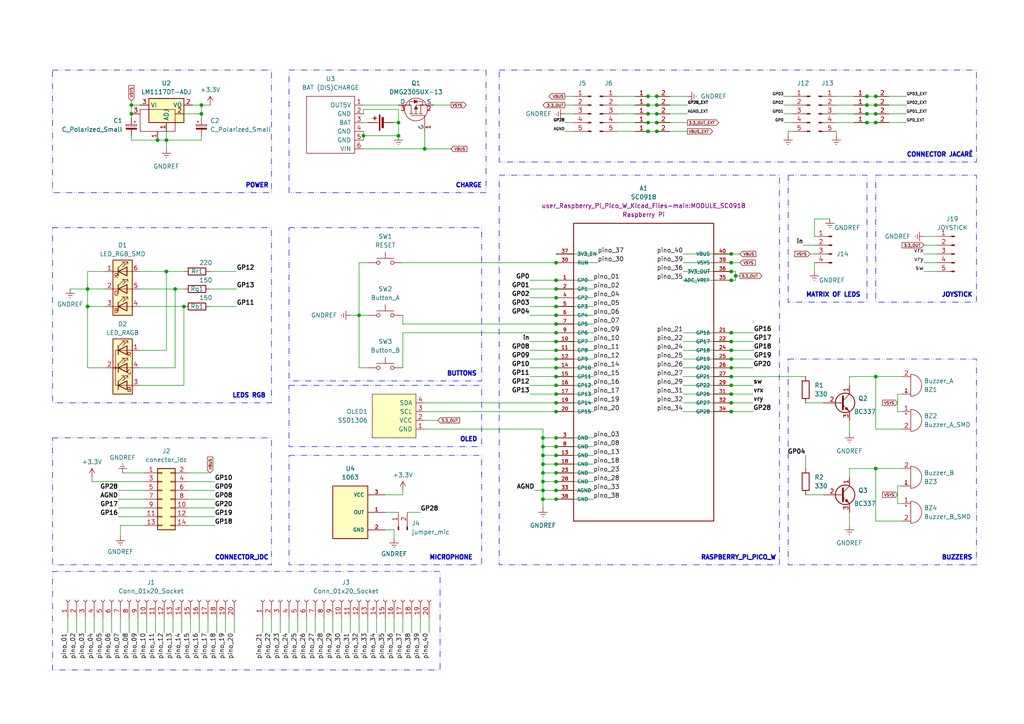
<source format=kicad_sch>
(kicad_sch (version 20230121) (generator eeschema)
  (paper "A4")
  (junction (at 161.29 111.76))
  (junction (at 161.29 99.06))
  (junction (at 161.29 116.84))
  (junction (at 161.29 109.22))
  (junction (at 161.29 104.14))
  (junction (at 161.29 134.62))
  (junction (at 212.09 109.22))
  (junction (at 161.29 132.08))
  (junction (at 58.42 33.02))
  (junction (at 161.29 129.54))
  (junction (at 161.29 137.16))
  (junction (at 254 35.56))
  (junction (at 104.14 91.44))
  (junction (at 53.34 88.9))
  (junction (at 212.09 116.84))
  (junction (at 157.48 132.08))
  (junction (at 251.46 30.48))
  (junction (at 161.29 119.38))
  (junction (at 161.29 88.9))
  (junction (at 190.5 30.48))
  (junction (at 212.09 104.14))
  (junction (at 212.09 101.6))
  (junction (at 212.09 119.38))
  (junction (at 161.29 96.52))
  (junction (at 212.09 96.52))
  (junction (at 157.48 127))
  (junction (at 38.1 33.02))
  (junction (at 212.09 76.2))
  (junction (at 157.48 129.54))
  (junction (at 161.29 86.36))
  (junction (at 254 30.48))
  (junction (at 254 33.02))
  (junction (at 161.29 114.3))
  (junction (at 190.5 35.56))
  (junction (at 161.29 139.7))
  (junction (at 212.09 81.28))
  (junction (at 161.29 106.68))
  (junction (at 187.96 38.1))
  (junction (at 254 27.94))
  (junction (at 187.96 33.02))
  (junction (at 212.09 111.76))
  (junction (at 187.96 35.56))
  (junction (at 161.29 76.2))
  (junction (at 251.46 27.94))
  (junction (at 38.1 30.48))
  (junction (at 157.48 137.16))
  (junction (at 212.09 78.74))
  (junction (at 157.48 134.62))
  (junction (at 157.48 144.78))
  (junction (at 157.48 142.24))
  (junction (at 254 109.22))
  (junction (at 123.19 43.18))
  (junction (at 212.09 73.66))
  (junction (at 251.46 35.56))
  (junction (at 187.96 27.94))
  (junction (at 161.29 81.28))
  (junction (at 213.36 80.01))
  (junction (at 50.8 83.82))
  (junction (at 254 135.89))
  (junction (at 105.41 39.37))
  (junction (at 25.4 83.82))
  (junction (at 212.09 114.3))
  (junction (at 157.48 139.7))
  (junction (at 161.29 142.24))
  (junction (at 161.29 101.6))
  (junction (at 187.96 30.48))
  (junction (at 25.4 88.9))
  (junction (at 161.29 83.82))
  (junction (at 161.29 127))
  (junction (at 212.09 106.68))
  (junction (at 251.46 33.02))
  (junction (at 48.26 78.74))
  (junction (at 190.5 38.1))
  (junction (at 45.72 40.64))
  (junction (at 161.29 91.44))
  (junction (at 190.5 33.02))
  (junction (at 161.29 144.78))
  (junction (at 161.29 93.98))
  (junction (at 115.57 39.37))
  (junction (at 115.57 35.56))
  (junction (at 212.09 99.06))
  (junction (at 58.42 30.48))
  (junction (at 190.5 27.94))
  (junction (at 48.26 40.64))
  (wire (pts (xy 118.11 148.59) (xy 121.92 148.59)))
  (wire (pts (xy 254 109.22) (xy 261.62 109.22)))
  (wire (pts (xy 260.35 146.05) (xy 261.62 146.05)))
  (wire (pts (xy 161.29 76.2) (xy 173.355 76.2)))
  (wire (pts (xy 125.73 30.48) (xy 130.81 30.48)))
  (wire (pts (xy 260.35 119.38) (xy 261.62 119.38)))
  (wire (pts (xy 254 135.89) (xy 254 151.13)))
  (wire (pts (xy 116.84 179.07) (xy 116.84 183.515)))
  (wire (pts (xy 179.07 35.56) (xy 187.96 35.56)))
  (wire (pts (xy 212.09 96.52) (xy 218.567 96.52)))
  (wire (pts (xy 198.12 111.76) (xy 212.09 111.76)))
  (wire (pts (xy 157.48 132.08) (xy 157.48 134.62)))
  (wire (pts (xy 153.67 111.76) (xy 161.29 111.76)))
  (wire (pts (xy 53.34 33.02) (xy 58.42 33.02)))
  (wire (pts (xy 179.07 33.02) (xy 187.96 33.02)))
  (wire (pts (xy 67.945 179.07) (xy 67.945 183.515)))
  (wire (pts (xy 198.12 104.14) (xy 212.09 104.14)))
  (wire (pts (xy 161.29 81.28) (xy 172.085 81.28)))
  (wire (pts (xy 242.57 35.56) (xy 251.46 35.56)))
  (wire (pts (xy 58.42 40.64) (xy 48.26 40.64)))
  (wire (pts (xy 111.76 153.67) (xy 114.3 153.67)))
  (wire (pts (xy 153.67 91.44) (xy 161.29 91.44)))
  (wire (pts (xy 153.67 99.06) (xy 161.29 99.06)))
  (wire (pts (xy 25.4 106.68) (xy 25.4 88.9)))
  (wire (pts (xy 105.41 38.1) (xy 105.41 39.37)))
  (wire (pts (xy 19.685 179.07) (xy 19.685 183.515)))
  (wire (pts (xy 99.06 179.07) (xy 99.06 183.515)))
  (wire (pts (xy 123.19 121.92) (xy 127 121.92)))
  (wire (pts (xy 34.29 142.24) (xy 41.91 142.24)))
  (wire (pts (xy 27.305 179.07) (xy 27.305 183.515)))
  (wire (pts (xy 78.74 179.07) (xy 78.74 183.515)))
  (wire (pts (xy 38.1 30.48) (xy 38.1 33.02)))
  (wire (pts (xy 37.465 179.07) (xy 37.465 183.515)))
  (wire (pts (xy 233.68 143.51) (xy 238.76 143.51)))
  (wire (pts (xy 119.38 179.07) (xy 119.38 183.515)))
  (wire (pts (xy 29.845 179.07) (xy 29.845 183.515)))
  (wire (pts (xy 109.22 179.07) (xy 109.22 183.515)))
  (wire (pts (xy 25.4 83.82) (xy 30.48 83.82)))
  (wire (pts (xy 116.84 143.51) (xy 111.76 143.51)))
  (wire (pts (xy 105.41 39.37) (xy 115.57 39.37)))
  (wire (pts (xy 187.96 35.56) (xy 190.5 35.56)))
  (wire (pts (xy 271.78 73.66) (xy 267.97 73.66)))
  (wire (pts (xy 161.29 88.9) (xy 172.085 88.9)))
  (wire (pts (xy 190.5 27.94) (xy 199.39 27.94)))
  (wire (pts (xy 234.95 73.66) (xy 236.22 73.66)))
  (wire (pts (xy 233.68 132.08) (xy 233.68 135.89)))
  (wire (pts (xy 153.67 114.3) (xy 161.29 114.3)))
  (wire (pts (xy 26.67 139.7) (xy 26.67 138.43)))
  (wire (pts (xy 104.14 76.2) (xy 104.14 91.44)))
  (wire (pts (xy 157.48 129.54) (xy 157.48 132.08)))
  (wire (pts (xy 76.2 179.07) (xy 76.2 183.515)))
  (wire (pts (xy 123.19 38.1) (xy 123.19 43.18)))
  (wire (pts (xy 161.29 129.54) (xy 157.48 129.54)))
  (wire (pts (xy 161.29 101.6) (xy 172.085 101.6)))
  (wire (pts (xy 190.5 35.56) (xy 199.39 35.56)))
  (wire (pts (xy 101.6 91.44) (xy 104.14 91.44)))
  (wire (pts (xy 157.48 124.46) (xy 157.48 127)))
  (wire (pts (xy 105.41 31.75) (xy 105.41 33.02)))
  (wire (pts (xy 161.29 144.78) (xy 172.085 144.78)))
  (wire (pts (xy 161.29 134.62) (xy 172.085 134.62)))
  (wire (pts (xy 54.61 147.32) (xy 62.23 147.32)))
  (wire (pts (xy 161.29 132.08) (xy 157.48 132.08)))
  (wire (pts (xy 246.38 148.59) (xy 246.38 152.4)))
  (wire (pts (xy 50.165 179.07) (xy 50.165 183.515)))
  (wire (pts (xy 157.48 139.7) (xy 157.48 142.24)))
  (wire (pts (xy 163.83 30.48) (xy 166.37 30.48)))
  (wire (pts (xy 52.705 179.07) (xy 52.705 183.515)))
  (wire (pts (xy 163.83 35.56) (xy 166.37 35.56)))
  (wire (pts (xy 242.57 38.1) (xy 242.57 39.37)))
  (wire (pts (xy 116.84 142.24) (xy 116.84 143.51)))
  (wire (pts (xy 101.6 179.07) (xy 101.6 183.515)))
  (wire (pts (xy 161.29 137.16) (xy 157.48 137.16)))
  (wire (pts (xy 227.33 30.48) (xy 229.87 30.48)))
  (wire (pts (xy 40.64 78.74) (xy 48.26 78.74)))
  (wire (pts (xy 50.8 83.82) (xy 53.34 83.82)))
  (wire (pts (xy 30.48 78.74) (xy 25.4 78.74)))
  (wire (pts (xy 213.36 80.01) (xy 214.63 80.01)))
  (wire (pts (xy 114.3 179.07) (xy 114.3 183.515)))
  (wire (pts (xy 123.19 43.18) (xy 105.41 43.18)))
  (wire (pts (xy 251.46 27.94) (xy 254 27.94)))
  (wire (pts (xy 153.67 109.22) (xy 161.29 109.22)))
  (wire (pts (xy 24.765 179.07) (xy 24.765 183.515)))
  (wire (pts (xy 187.96 27.94) (xy 190.5 27.94)))
  (wire (pts (xy 227.33 33.02) (xy 229.87 33.02)))
  (wire (pts (xy 22.225 179.07) (xy 22.225 183.515)))
  (wire (pts (xy 161.29 127) (xy 172.085 127)))
  (wire (pts (xy 88.9 179.07) (xy 88.9 183.515)))
  (wire (pts (xy 271.78 68.58) (xy 267.97 68.58)))
  (wire (pts (xy 153.67 104.14) (xy 161.29 104.14)))
  (wire (pts (xy 161.29 106.68) (xy 172.085 106.68)))
  (wire (pts (xy 198.12 73.66) (xy 212.09 73.66)))
  (wire (pts (xy 38.1 39.37) (xy 38.1 40.64)))
  (wire (pts (xy 105.41 35.56) (xy 106.68 35.56)))
  (wire (pts (xy 198.12 114.3) (xy 212.09 114.3)))
  (wire (pts (xy 121.92 179.07) (xy 121.92 183.515)))
  (wire (pts (xy 163.83 38.1) (xy 166.37 38.1)))
  (wire (pts (xy 157.48 144.78) (xy 161.29 144.78)))
  (wire (pts (xy 212.09 101.6) (xy 218.567 101.6)))
  (wire (pts (xy 123.19 116.84) (xy 161.29 116.84)))
  (wire (pts (xy 233.045 71.12) (xy 236.22 71.12)))
  (wire (pts (xy 153.67 88.9) (xy 161.29 88.9)))
  (wire (pts (xy 228.6 38.1) (xy 229.87 38.1)))
  (wire (pts (xy 242.57 33.02) (xy 251.46 33.02)))
  (wire (pts (xy 198.12 96.52) (xy 212.09 96.52)))
  (wire (pts (xy 212.09 73.66) (xy 214.63 73.66)))
  (wire (pts (xy 48.26 78.74) (xy 53.34 78.74)))
  (wire (pts (xy 40.64 83.82) (xy 50.8 83.82)))
  (wire (pts (xy 54.61 149.86) (xy 62.23 149.86)))
  (wire (pts (xy 213.36 81.28) (xy 213.36 80.01)))
  (wire (pts (xy 40.64 101.6) (xy 48.26 101.6)))
  (wire (pts (xy 246.38 121.92) (xy 246.38 125.73)))
  (wire (pts (xy 246.38 111.76) (xy 246.38 109.22)))
  (wire (pts (xy 246.38 135.89) (xy 254 135.89)))
  (wire (pts (xy 251.46 33.02) (xy 254 33.02)))
  (wire (pts (xy 40.64 111.76) (xy 53.34 111.76)))
  (wire (pts (xy 38.1 34.29) (xy 38.1 33.02)))
  (wire (pts (xy 161.29 111.76) (xy 172.085 111.76)))
  (wire (pts (xy 254 135.89) (xy 261.62 135.89)))
  (wire (pts (xy 212.09 119.38) (xy 218.44 119.38)))
  (wire (pts (xy 198.12 81.28) (xy 212.09 81.28)))
  (wire (pts (xy 198.12 101.6) (xy 212.09 101.6)))
  (wire (pts (xy 105.41 39.37) (xy 105.41 40.64)))
  (wire (pts (xy 163.83 33.02) (xy 166.37 33.02)))
  (wire (pts (xy 161.29 99.06) (xy 172.085 99.06)))
  (wire (pts (xy 161.29 137.16) (xy 172.085 137.16)))
  (wire (pts (xy 96.52 179.07) (xy 96.52 183.515)))
  (wire (pts (xy 157.48 134.62) (xy 157.48 137.16)))
  (wire (pts (xy 161.29 132.08) (xy 172.085 132.08)))
  (wire (pts (xy 30.48 88.9) (xy 25.4 88.9)))
  (wire (pts (xy 50.8 83.82) (xy 50.8 106.68)))
  (wire (pts (xy 198.12 78.74) (xy 212.09 78.74)))
  (wire (pts (xy 179.07 30.48) (xy 187.96 30.48)))
  (wire (pts (xy 227.33 27.94) (xy 229.87 27.94)))
  (wire (pts (xy 261.62 114.3) (xy 260.35 114.3)))
  (wire (pts (xy 93.98 179.07) (xy 93.98 183.515)))
  (wire (pts (xy 161.29 73.66) (xy 173.355 73.66)))
  (wire (pts (xy 260.35 140.97) (xy 260.35 146.05)))
  (wire (pts (xy 55.245 179.07) (xy 55.245 183.515)))
  (wire (pts (xy 25.4 88.9) (xy 25.4 83.82)))
  (wire (pts (xy 157.48 142.24) (xy 157.48 144.78)))
  (wire (pts (xy 198.12 106.68) (xy 212.09 106.68)))
  (wire (pts (xy 161.29 119.38) (xy 172.085 119.38)))
  (wire (pts (xy 163.83 27.94) (xy 166.37 27.94)))
  (wire (pts (xy 34.925 179.07) (xy 34.925 183.515)))
  (wire (pts (xy 106.68 179.07) (xy 106.68 183.515)))
  (wire (pts (xy 58.42 34.29) (xy 58.42 33.02)))
  (wire (pts (xy 254 33.02) (xy 262.89 33.02)))
  (wire (pts (xy 254 27.94) (xy 262.89 27.94)))
  (wire (pts (xy 104.14 179.07) (xy 104.14 183.515)))
  (wire (pts (xy 161.29 116.84) (xy 172.085 116.84)))
  (wire (pts (xy 86.36 179.07) (xy 86.36 183.515)))
  (wire (pts (xy 54.61 152.4) (xy 62.23 152.4)))
  (wire (pts (xy 198.12 116.84) (xy 212.09 116.84)))
  (wire (pts (xy 60.325 179.07) (xy 60.325 183.515)))
  (wire (pts (xy 123.19 43.18) (xy 130.81 43.18)))
  (wire (pts (xy 123.19 119.38) (xy 161.29 119.38)))
  (wire (pts (xy 48.26 38.1) (xy 48.26 40.64)))
  (wire (pts (xy 38.1 29.21) (xy 38.1 30.48)))
  (wire (pts (xy 34.925 152.4) (xy 41.91 152.4)))
  (wire (pts (xy 58.42 39.37) (xy 58.42 40.64)))
  (wire (pts (xy 254 151.13) (xy 261.62 151.13)))
  (wire (pts (xy 179.07 38.1) (xy 187.96 38.1)))
  (wire (pts (xy 34.29 144.78) (xy 41.91 144.78)))
  (wire (pts (xy 161.29 139.7) (xy 172.085 139.7)))
  (wire (pts (xy 198.12 119.38) (xy 212.09 119.38)))
  (wire (pts (xy 179.07 27.94) (xy 187.96 27.94)))
  (wire (pts (xy 38.1 40.64) (xy 45.72 40.64)))
  (wire (pts (xy 111.76 179.07) (xy 111.76 183.515)))
  (wire (pts (xy 157.48 127) (xy 157.48 129.54)))
  (wire (pts (xy 26.67 139.7) (xy 41.91 139.7)))
  (wire (pts (xy 115.57 31.75) (xy 115.57 35.56)))
  (wire (pts (xy 187.96 30.48) (xy 190.5 30.48)))
  (wire (pts (xy 32.385 179.07) (xy 32.385 183.515)))
  (wire (pts (xy 271.78 76.2) (xy 267.97 76.2)))
  (wire (pts (xy 54.61 139.7) (xy 62.23 139.7)))
  (wire (pts (xy 25.4 78.74) (xy 25.4 83.82)))
  (wire (pts (xy 212.09 76.2) (xy 214.63 76.2)))
  (wire (pts (xy 40.64 88.9) (xy 53.34 88.9)))
  (wire (pts (xy 190.5 33.02) (xy 199.39 33.02)))
  (wire (pts (xy 227.33 35.56) (xy 229.87 35.56)))
  (wire (pts (xy 48.26 40.64) (xy 48.26 43.18)))
  (wire (pts (xy 47.625 179.07) (xy 47.625 183.515)))
  (wire (pts (xy 161.29 96.52) (xy 172.085 96.52)))
  (wire (pts (xy 60.96 88.9) (xy 68.58 88.9)))
  (wire (pts (xy 65.405 179.07) (xy 65.405 183.515)))
  (wire (pts (xy 157.48 137.16) (xy 157.48 139.7)))
  (wire (pts (xy 155.067 142.24) (xy 157.48 142.24)))
  (wire (pts (xy 153.67 83.82) (xy 161.29 83.82)))
  (wire (pts (xy 34.925 152.4) (xy 34.925 155.575)))
  (wire (pts (xy 58.42 30.48) (xy 60.96 30.48)))
  (wire (pts (xy 116.84 76.2) (xy 161.29 76.2)))
  (wire (pts (xy 54.61 142.24) (xy 62.23 142.24)))
  (wire (pts (xy 157.48 142.24) (xy 161.29 142.24)))
  (wire (pts (xy 271.78 71.12) (xy 267.97 71.12)))
  (wire (pts (xy 20.32 83.82) (xy 25.4 83.82)))
  (wire (pts (xy 187.96 38.1) (xy 190.5 38.1)))
  (wire (pts (xy 111.76 148.59) (xy 115.57 148.59)))
  (wire (pts (xy 190.5 30.48) (xy 199.39 30.48)))
  (wire (pts (xy 246.38 138.43) (xy 246.38 135.89)))
  (wire (pts (xy 30.48 106.68) (xy 25.4 106.68)))
  (wire (pts (xy 198.12 76.2) (xy 212.09 76.2)))
  (wire (pts (xy 212.09 99.06) (xy 218.567 99.06)))
  (wire (pts (xy 213.36 80.01) (xy 213.36 78.74)))
  (wire (pts (xy 161.29 109.22) (xy 172.085 109.22)))
  (wire (pts (xy 45.72 40.64) (xy 48.26 40.64)))
  (wire (pts (xy 254 35.56) (xy 262.89 35.56)))
  (wire (pts (xy 212.09 109.22) (xy 233.68 109.22)))
  (wire (pts (xy 161.29 104.14) (xy 172.085 104.14)))
  (wire (pts (xy 83.82 179.07) (xy 83.82 183.515)))
  (wire (pts (xy 153.67 106.68) (xy 161.29 106.68)))
  (wire (pts (xy 212.09 81.28) (xy 213.36 81.28)))
  (wire (pts (xy 254 124.46) (xy 254 109.22)))
  (wire (pts (xy 251.46 30.48) (xy 254 30.48)))
  (wire (pts (xy 91.44 179.07) (xy 91.44 183.515)))
  (wire (pts (xy 161.29 134.62) (xy 157.48 134.62)))
  (wire (pts (xy 260.35 114.3) (xy 260.35 119.38)))
  (wire (pts (xy 242.57 27.94) (xy 251.46 27.94)))
  (wire (pts (xy 45.085 179.07) (xy 45.085 183.515)))
  (wire (pts (xy 251.46 35.56) (xy 254 35.56)))
  (wire (pts (xy 161.29 129.54) (xy 172.085 129.54)))
  (wire (pts (xy 54.61 144.78) (xy 62.23 144.78)))
  (wire (pts (xy 105.41 30.48) (xy 115.57 30.48)))
  (wire (pts (xy 105.41 31.75) (xy 115.57 31.75)))
  (wire (pts (xy 161.29 142.24) (xy 172.085 142.24)))
  (wire (pts (xy 34.29 149.86) (xy 41.91 149.86)))
  (wire (pts (xy 261.62 140.97) (xy 260.35 140.97)))
  (wire (pts (xy 212.09 78.74) (xy 213.36 78.74)))
  (wire (pts (xy 40.64 106.68) (xy 50.8 106.68)))
  (wire (pts (xy 261.62 124.46) (xy 254 124.46)))
  (wire (pts (xy 212.09 116.84) (xy 218.44 116.84)))
  (wire (pts (xy 106.68 106.68) (xy 104.14 106.68)))
  (wire (pts (xy 236.22 76.2) (xy 236.22 78.74)))
  (wire (pts (xy 212.09 114.3) (xy 218.44 114.3)))
  (wire (pts (xy 114.3 35.56) (xy 115.57 35.56)))
  (wire (pts (xy 104.14 91.44) (xy 106.68 91.44)))
  (wire (pts (xy 246.38 109.22) (xy 254 109.22)))
  (wire (pts (xy 212.09 106.68) (xy 218.44 106.68)))
  (wire (pts (xy 212.09 104.14) (xy 218.567 104.14)))
  (wire (pts (xy 104.14 91.44) (xy 104.14 106.68)))
  (wire (pts (xy 48.26 78.74) (xy 48.26 101.6)))
  (wire (pts (xy 161.29 86.36) (xy 172.085 86.36)))
  (wire (pts (xy 161.29 139.7) (xy 157.48 139.7)))
  (wire (pts (xy 198.12 99.06) (xy 212.09 99.06)))
  (wire (pts (xy 236.22 63.5) (xy 240.665 63.5)))
  (wire (pts (xy 161.29 127) (xy 157.48 127)))
  (wire (pts (xy 53.34 88.9) (xy 53.34 111.76)))
  (wire (pts (xy 35.56 137.16) (xy 41.91 137.16)))
  (wire (pts (xy 38.1 30.48) (xy 40.64 30.48)))
  (wire (pts (xy 60.96 78.74) (xy 68.58 78.74)))
  (wire (pts (xy 34.29 147.32) (xy 41.91 147.32)))
  (wire (pts (xy 228.6 39.37) (xy 228.6 38.1)))
  (wire (pts (xy 161.29 91.44) (xy 172.085 91.44)))
  (wire (pts (xy 233.68 116.84) (xy 238.76 116.84)))
  (wire (pts (xy 58.42 30.48) (xy 58.42 33.02)))
  (wire (pts (xy 198.12 109.22) (xy 212.09 109.22)))
  (wire (pts (xy 116.84 91.44) (xy 116.84 93.98)))
  (wire (pts (xy 114.3 153.67) (xy 114.3 156.21)))
  (wire (pts (xy 40.005 179.07) (xy 40.005 183.515)))
  (wire (pts (xy 190.5 38.1) (xy 199.39 38.1)))
  (wire (pts (xy 254 30.48) (xy 262.89 30.48)))
  (wire (pts (xy 242.57 30.48) (xy 251.46 30.48)))
  (wire (pts (xy 81.28 179.07) (xy 81.28 183.515)))
  (wire (pts (xy 212.09 111.76) (xy 218.44 111.76)))
  (wire (pts (xy 153.67 81.28) (xy 161.29 81.28)))
  (wire (pts (xy 54.61 137.16) (xy 60.96 137.16)))
  (wire (pts (xy 161.29 83.82) (xy 172.085 83.82)))
  (wire (pts (xy 116.84 96.52) (xy 161.29 96.52)))
  (wire (pts (xy 236.22 68.58) (xy 236.22 63.5)))
  (wire (pts (xy 153.67 101.6) (xy 161.29 101.6)))
  (wire (pts (xy 106.68 76.2) (xy 104.14 76.2)))
  (wire (pts (xy 116.84 93.98) (xy 161.29 93.98)))
  (wire (pts (xy 62.865 179.07) (xy 62.865 183.515)))
  (wire (pts (xy 116.84 106.68) (xy 116.84 96.52)))
  (wire (pts (xy 157.48 147.32) (xy 157.48 144.78)))
  (wire (pts (xy 60.96 83.82) (xy 68.58 83.82)))
  (wire (pts (xy 42.545 179.07) (xy 42.545 183.515)))
  (wire (pts (xy 55.88 30.48) (xy 58.42 30.48)))
  (wire (pts (xy 271.78 78.74) (xy 267.97 78.74)))
  (wire (pts (xy 123.19 124.46) (xy 157.48 124.46)))
  (wire (pts (xy 153.67 86.36) (xy 161.29 86.36)))
  (wire (pts (xy 187.96 33.02) (xy 190.5 33.02)))
  (wire (pts (xy 161.29 114.3) (xy 172.085 114.3)))
  (wire (pts (xy 115.57 35.56) (xy 115.57 39.37)))
  (wire (pts (xy 57.785 179.07) (xy 57.785 183.515)))
  (wire (pts (xy 161.29 93.98) (xy 172.085 93.98)))
  (wire (pts (xy 124.46 179.07) (xy 124.46 183.515)))
  (rectangle (start 15.24 165.735) (end 127.635 194.31) (stroke (width 0) (type dash_dot_dot)))
  (rectangle (start 83.82 66.04) (end 139.7 110.49) (stroke (width 0) (type dash_dot_dot)))
  (rectangle (start 15.24 127) (end 78.74 163.83) (stroke (width 0) (type dash_dot_dot)))
  (rectangle (start 254 50.8) (end 283.21 87.63) (stroke (width 0) (type dash_dot_dot)))
  (rectangle (start 83.82 20.32) (end 140.97 55.88) (stroke (width 0) (type dash_dot_dot)))
  (rectangle (start 83.82 132.08) (end 139.7 163.83) (stroke (width 0) (type dash_dot_dot)))
  (rectangle (start 228.6 104.14) (end 283.21 163.83) (stroke (width 0) (type dash_dot_dot)))
  (rectangle (start 15.24 20.32) (end 78.74 55.88) (stroke (width 0) (type dash_dot_dot)))
  (rectangle (start 144.78 50.8) (end 226.06 163.83) (stroke (width 0) (type dash_dot_dot)))
  (rectangle (start 228.6 50.8) (end 251.46 87.63) (stroke (width 0) (type dash_dot_dot)))
  (rectangle (start 15.24 66.04) (end 78.74 116.84) (stroke (width 0) (type dash_dot_dot)))
  (rectangle (start 83.82 111.76) (end 139.7 129.54) (stroke (width 0) (type dash_dot_dot)))
  (rectangle (start 144.78 20.32) (end 283.21 46.99) (stroke (width 0) (type dash_dot_dot)))
  (text "POWER" (at 71.12 54.61 0) (effects (font (size 1.27 1.27) (thickness 0.508) bold) (justify left bottom)))
  (text "OLED" (at 133.35 128.27 0) (effects (font (size 1.27 1.27) (thickness 0.508) bold) (justify left bottom)))
  (text "BUZZERS" (at 273.05 162.56 0) (effects (font (size 1.27 1.27) (thickness 0.508) bold) (justify left bottom)))
  (text "LEDS RGB" (at 67.31 115.57 0) (effects (font (size 1.27 1.27) (thickness 0.508) bold) (justify left bottom)))
  (text "BUTTONS" (at 129.54 109.22 0) (effects (font (size 1.27 1.27) (thickness 0.508) bold) (justify left bottom)))
  (text "MICROPHONE" (at 124.46 162.56 0) (effects (font (size 1.27 1.27) (thickness 0.508) bold) (justify left bottom)))
  (text "CONNECTOR_IDC" (at 62.23 162.56 0) (effects (font (size 1.27 1.27) (thickness 0.508) bold) (justify left bottom)))
  (text "CONNECTOR JACARÉ" (at 262.89 45.72 0) (effects (font (size 1.27 1.27) (thickness 0.508) bold) (justify left bottom)))
  (text "CHARGE\n" (at 132.08 54.61 0) (effects (font (size 1.27 1.27) (thickness 0.508) bold) (justify left bottom)))
  (text "MATRIX OF LEDS" (at 233.68 86.36 0) (effects (font (size 1.27 1.27) (thickness 0.508) bold) (justify left bottom)))
  (text "RASPBERRY_PI_PICO_W" (at 203.2 162.56 0) (effects (font (size 1.27 1.27) (thickness 0.508) bold) (justify left bottom)))
  (text "JOYSTICK" (at 273.05 86.36 0) (effects (font (size 1.27 1.27) (thickness 0.508) bold) (justify left bottom)))
  (label "pino_18" (at 62.865 183.515 270))
  (label "pino_01" (at 172.085 81.28 0))
  (label "pino_25" (at 86.36 183.515 270))
  (label "GP13" (at 153.67 114.3 180) (effects (font bold)))
  (label "GP16" (at 218.567 96.52 0) (effects (font bold)))
  (label "pino_18" (at 172.085 134.62 0))
  (label "pino_34" (at 109.22 183.515 270))
  (label "pino_40" (at 124.46 183.515 270))
  (label "pino_27" (at 198.12 109.22 180))
  (label "GP02" (at 153.67 86.36 180) (effects (font bold)))
  (label "in" (at 153.67 99.06 180) (effects (font (thickness 0.254) bold)))
  (label "pino_24" (at 198.12 101.6 180))
  (label "pino_23" (at 172.085 137.16 0))
  (label "in" (at 233.045 71.12 180) (effects (font (thickness 0.254) bold)))
  (label "pino_10" (at 42.545 183.515 270))
  (label "vry" (at 218.44 116.84 0) (effects (font (thickness 0.254) bold)))
  (label "pino_14" (at 172.085 106.68 0))
  (label "pino_21" (at 76.2 183.515 270))
  (label "vrx" (at 218.44 114.3 0) (effects (font (thickness 0.254) bold)))
  (label "pino_29" (at 198.12 111.76 180))
  (label "pino_09" (at 40.005 183.515 270))
  (label "pino_35" (at 111.76 183.515 270))
  (label "GP10" (at 153.67 106.68 180) (effects (font bold)))
  (label "pino_07" (at 172.085 93.98 0))
  (label "GP01_EXT" (at 262.89 33.02 0) (effects (font (size 0.8 0.8) bold)))
  (label "pino_32" (at 104.14 183.515 270))
  (label "GP09" (at 62.23 142.24 0) (effects (font (thickness 0.254) bold)))
  (label "GP12" (at 68.58 78.74 0) (effects (font bold)))
  (label "GP08" (at 153.67 101.6 180) (effects (font bold)))
  (label "GP01" (at 227.33 33.02 180) (effects (font (size 0.8 0.8) bold)))
  (label "pino_33" (at 106.68 183.515 270))
  (label "pino_38" (at 172.085 144.78 0))
  (label "GP04" (at 233.68 132.08 180) (effects (font bold)))
  (label "pino_07" (at 34.925 183.515 270))
  (label "pino_38" (at 119.38 183.515 270))
  (label "sw" (at 218.44 111.76 0) (effects (font (thickness 0.254) bold)))
  (label "pino_08" (at 37.465 183.515 270))
  (label "pino_40" (at 198.12 73.66 180))
  (label "GP04" (at 153.67 91.44 180) (effects (font bold)))
  (label "pino_06" (at 172.085 91.44 0))
  (label "pino_21" (at 198.12 96.52 180))
  (label "pino_30" (at 173.355 76.2 0))
  (label "GP28" (at 218.44 119.38 0) (effects (font (thickness 0.254) bold)))
  (label "GP18" (at 218.567 101.6 0) (effects (font bold)))
  (label "pino_35" (at 198.12 81.28 180))
  (label "pino_26" (at 88.9 183.515 270))
  (label "pino_31" (at 198.12 114.3 180))
  (label "GP11" (at 153.67 109.22 180) (effects (font bold)))
  (label "AGND" (at 155.067 142.24 180) (effects (font bold)))
  (label "GP03" (at 227.33 27.94 180) (effects (font (size 0.8 0.8) bold)))
  (label "GP08" (at 62.23 144.78 0) (effects (font bold)))
  (label "sw" (at 267.97 78.74 180))
  (label "pino_36" (at 114.3 183.515 270))
  (label "pino_19" (at 172.085 116.84 0))
  (label "pino_05" (at 172.085 88.9 0))
  (label "pino_11" (at 172.085 101.6 0))
  (label "pino_05" (at 29.845 183.515 270))
  (label "pino_28" (at 93.98 183.515 270))
  (label "GP20" (at 62.23 147.32 0) (effects (font (thickness 0.254) bold)))
  (label "GP0_EXT" (at 262.89 35.56 0) (effects (font (size 0.8 0.8) bold)))
  (label "pino_29" (at 96.52 183.515 270))
  (label "GP28" (at 163.83 35.56 180) (effects (font (size 0.8 0.8) (thickness 0.254) bold)))
  (label "pino_02" (at 172.085 83.82 0))
  (label "GP02_EXT" (at 262.89 30.48 0) (effects (font (size 0.8 0.8) bold)))
  (label "pino_16" (at 172.085 111.76 0))
  (label "GP19" (at 62.23 149.86 0) (effects (font bold)))
  (label "pino_16" (at 57.785 183.515 270))
  (label "pino_14" (at 52.705 183.515 270))
  (label "GP12" (at 153.67 111.76 180) (effects (font bold)))
  (label "pino_31" (at 101.6 183.515 270))
  (label "GP09" (at 153.67 104.14 180) (effects (font (thickness 0.254) bold)))
  (label "GP10" (at 62.23 139.7 0) (effects (font bold)))
  (label "GP16" (at 34.29 149.86 180) (effects (font bold)))
  (label "pino_20" (at 67.945 183.515 270))
  (label "pino_24" (at 83.82 183.515 270))
  (label "pino_39" (at 198.12 76.2 180))
  (label "GP13" (at 68.58 83.82 0) (effects (font bold)))
  (label "pino_37" (at 173.355 73.66 0))
  (label "pino_12" (at 47.625 183.515 270))
  (label "pino_28" (at 172.085 139.7 0))
  (label "GP0" (at 227.33 35.56 180) (effects (font (size 0.8 0.8) bold)))
  (label "pino_03" (at 24.765 183.515 270))
  (label "pino_04" (at 172.085 86.36 0))
  (label "pino_30" (at 99.06 183.515 270))
  (label "pino_09" (at 172.085 96.52 0))
  (label "pino_04" (at 27.305 183.515 270))
  (label "pino_19" (at 65.405 183.515 270))
  (label "pino_26" (at 198.12 106.68 180))
  (label "GP17" (at 218.567 99.06 0) (effects (font bold)))
  (label "pino_17" (at 172.085 114.3 0))
  (label "GP28_EXT" (at 199.39 30.48 0) (effects (font (size 0.8 0.8) (thickness 0.254) bold)))
  (label "GP19" (at 218.567 104.14 0) (effects (font bold)))
  (label "pino_37" (at 116.84 183.515 270))
  (label "GP0" (at 153.67 81.28 180) (effects (font bold)))
  (label "GP03" (at 153.67 88.9 180) (effects (font bold)))
  (label "GP02" (at 227.33 30.48 180) (effects (font (size 0.8 0.8) bold)))
  (label "AGND_EXT" (at 199.39 33.02 0) (effects (font (size 0.8 0.8) bold)))
  (label "pino_11" (at 45.085 183.515 270))
  (label "pino_12" (at 172.085 104.14 0))
  (label "GP28" (at 34.29 142.24 180) (effects (font (thickness 0.254) bold)))
  (label "pino_22" (at 198.12 99.06 180))
  (label "pino_08" (at 172.085 129.54 0))
  (label "GP18" (at 62.23 152.4 0) (effects (font bold)))
  (label "pino_33" (at 172.085 142.24 0))
  (label "pino_22" (at 78.74 183.515 270))
  (label "GP01" (at 153.67 83.82 180) (effects (font bold)))
  (label "pino_25" (at 198.12 104.14 180))
  (label "GP11" (at 68.58 88.9 0) (effects (font bold)))
  (label "pino_17" (at 60.325 183.515 270))
  (label "vry" (at 267.97 76.2 180))
  (label "pino_34" (at 198.12 119.38 180))
  (label "pino_15" (at 172.085 109.22 0))
  (label "pino_03" (at 172.085 127 0))
  (label "pino_01" (at 19.685 183.515 270))
  (label "GP03_EXT" (at 262.89 27.94 0) (effects (font (size 0.8 0.8) bold)))
  (label "pino_13" (at 50.165 183.515 270))
  (label "pino_13" (at 172.085 132.08 0))
  (label "pino_15" (at 55.245 183.515 270))
  (label "pino_39" (at 121.92 183.515 270))
  (label "GP17" (at 34.29 147.32 180) (effects (font bold)))
  (label "pino_20" (at 172.085 119.38 0))
  (label "pino_02" (at 22.225 183.515 270))
  (label "AGND" (at 163.83 38.1 180) (effects (font (size 0.8 0.8) bold)))
  (label "GP20" (at 218.44 106.68 0) (effects (font (thickness 0.254) bold)))
  (label "vrx" (at 267.97 73.66 180))
  (label "AGND" (at 34.29 144.78 180) (effects (font bold)))
  (label "pino_10" (at 172.085 99.06 0))
  (label "GP28" (at 121.92 148.59 0) (effects (font (thickness 0.254) bold)))
  (label "pino_06" (at 32.385 183.515 270))
  (label "pino_36" (at 198.12 78.74 180))
  (label "pino_27" (at 91.44 183.515 270))
  (label "pino_23" (at 81.28 183.515 270))
  (label "pino_32" (at 198.12 116.84 180))
  (global_label "3.3_OUT" (shape output) (at 163.83 30.48 180) (effects (font (size 0.8 0.8))) (property "Intersheetrefs" "${INTERSHEET_REFS}" (effects hide)))
  (global_label "VBUS" (shape input) (at 60.96 137.16 90) (effects (font (size 0.8 0.8))) (property "Intersheetrefs" "${INTERSHEET_REFS}" (effects hide)))
  (global_label "VSYS" (shape input) (at 260.35 116.84 180) (effects (font (size 0.8 0.8))) (property "Intersheetrefs" "${INTERSHEET_REFS}" (effects hide)))
  (global_label "VBUS_EXT" (shape output) (at 199.39 38.1 0) (effects (font (size 0.8 0.8))) (property "Intersheetrefs" "${INTERSHEET_REFS}" (effects hide)))
  (global_label "3.3_OUT_EXT" (shape output) (at 199.39 35.56 0) (effects (font (size 0.8 0.8))) (property "Intersheetrefs" "${INTERSHEET_REFS}" (effects hide)))
  (global_label "VSYS" (shape input) (at 38.1 29.21 90) (effects (font (size 0.8 0.8))) (property "Intersheetrefs" "${INTERSHEET_REFS}" (effects hide)))
  (global_label "VBUS" (shape output) (at 163.83 27.94 180) (effects (font (size 0.8 0.8))) (property "Intersheetrefs" "${INTERSHEET_REFS}" (effects hide)))
  (global_label "VSYS" (shape input) (at 260.35 143.51 180) (effects (font (size 0.8 0.8))) (property "Intersheetrefs" "${INTERSHEET_REFS}" (effects hide)))
  (global_label "VBUS" (shape input) (at 214.63 73.66 0) (effects (font (size 0.8 0.8))) (property "Intersheetrefs" "${INTERSHEET_REFS}" (effects hide)))
  (global_label "VSYS" (shape input) (at 234.95 73.66 180) (effects (font (size 0.8 0.8))) (property "Intersheetrefs" "${INTERSHEET_REFS}" (effects hide)))
  (global_label "VSYS" (shape input) (at 214.63 76.2 0) (effects (font (size 0.8 0.8))) (property "Intersheetrefs" "${INTERSHEET_REFS}" (effects hide)))
  (global_label "3.3_OUT" (shape input) (at 127 121.92 0) (effects (font (size 0.8 0.8))) (property "Intersheetrefs" "${INTERSHEET_REFS}" (effects hide)))
  (global_label "VSYS" (shape output) (at 130.81 30.48 0) (effects (font (size 0.8 0.8))) (property "Intersheetrefs" "${INTERSHEET_REFS}" (effects hide)))
  (global_label "VBUS" (shape input) (at 130.81 43.18 0) (effects (font (size 0.8 0.8))) (property "Intersheetrefs" "${INTERSHEET_REFS}" (effects hide)))
  (global_label "3.3_OUT" (shape output) (at 214.63 80.01 0) (effects (font (size 0.8 0.8))) (property "Intersheetrefs" "${INTERSHEET_REFS}" (effects hide)))
  (global_label "3.3_OUT" (shape input) (at 267.97 71.12 180) (effects (font (size 0.8 0.8))) (property "Intersheetrefs" "${INTERSHEET_REFS}" (effects hide)))
  (symbol (lib_id "power:GNDREF") (at 34.925 155.575 0) (unit 1)
    (property "Reference" "#PWR03" (effects hide))
    (property "Value" "GNDREF" (at 34.925 160.02 0))
  )
  (symbol (lib_id "Device:R") (at 233.68 113.03 0) (unit 1)
    (property "Reference" "R1" (at 236.22 111.76 0) (effects (justify left)))
    (property "Value" "330" (at 236.22 114.3 0) (effects (justify left)))
    (property "Footprint" "Resistor_THT:R_Axial_DIN0207_L6.3mm_D2.5mm_P7.62mm_Horizontal" (effects hide))
  )
  (symbol (lib_id "power:GNDREF") (at 35.56 137.16 180) (unit 1)
    (property "Reference" "#PWR04" (effects hide))
    (property "Value" "GNDREF" (at 35.56 132.715 0))
  )
  (symbol (lib_id "power:+3.3V") (at 116.84 142.24 0) (unit 1)
    (property "Reference" "#PWR010" (effects hide))
    (property "Value" "+3.3V" (at 116.84 137.795 0))
  )
  (symbol (lib_id "Device:LED_RKBG") (at 35.56 106.68 0) (unit 1)
    (property "Reference" "D2" (at 35.56 93.98 0))
    (property "Value" "LED_RAGB" (at 35.56 96.52 0))
    (property "Footprint" "LED_THT:LED_D5.0mm-4_RGB_Wide_Pins" (effects hide))
  )
  (symbol (lib_id "Connector_custom:Conn_01x02") (at 189.23 26.67 0) (unit 1)
    (property "Reference" "J9" (effects hide))
    (property "Value" "GND" (effects hide))
    (property "Footprint" "Connector_Wire:SolderWire-2sqmm_1x02_P7.8mm_D2mm_OD3.9mm" (effects hide))
  )
  (symbol (lib_id "power:GNDREF") (at 199.39 27.94 90) (unit 1)
    (property "Reference" "#PWR013" (effects hide))
    (property "Value" "GNDREF" (at 203.2 27.94 90) (effects (justify right)))
  )
  (symbol (lib_id "Raspberry_Pi_Pico_W_SC0918:DMG2305UX-13") (at 120.65 30.48 90) (unit 1)
    (property "Reference" "Q1" (at 120.65 24.13 90))
    (property "Value" "DMG2305UX-13" (at 120.65 26.67 90))
    (property "Footprint" "Package_TO_SOT_SMD:SOT-23-3" (effects hide))
    (property "Datasheet" "https://www.diodes.com/assets/Datasheets/DMG2305UX.pdf" (effects hide))
    (property "Digi-Key_PN" "DMG2305UX-13DICT-ND" (effects hide))
    (property "MPN" "DMG2305UX-13" (effects hide))
    (property "Category" "Discrete Semiconductor Products" (effects hide))
    (property "Family" "Transistors - FETs, MOSFETs - Single" (effects hide))
    (property "DK_Datasheet_Link" "https://www.diodes.com/assets/Datasheets/DMG2305UX.pdf" (effects hide))
    (property "DK_Detail_Page" "/product-detail/en/diodes-incorporated/DMG2305UX-13/DMG2305UX-13DICT-ND/4251589" (effects hide))
    (property "Description" "MOSFET P-CH 20V 4.2A SOT23" (effects hide))
    (property "Manufacturer" "Diodes Incorporated" (effects hide))
    (property "Status" "Active" (effects hide))
  )
  (symbol (lib_id "Device:Buzzer") (at 264.16 148.59 0) (unit 1)
    (property "Reference" "BZ4" (at 267.97 147.32 0) (effects (justify left)))
    (property "Value" "Buzzer_B_SMD" (at 267.97 149.86 0) (effects (justify left)))
    (property "Footprint" "Buzzer_Beeper:MagneticBuzzer_CUI_CMT-8504-100-SMT" (effects hide))
  )
  (symbol (lib_id "power:GNDREF") (at 242.57 39.37 0) (unit 1)
    (property "Reference" "#PWR017" (effects hide))
    (property "Value" "GNDREF" (effects hide))
  )
  (symbol (lib_id "Device:C_Polarized_Small") (at 38.1 36.83 0) (mirror y) (unit 1)
    (property "Reference" "C1" (at 35.56 35.0139 0) (effects (justify left)))
    (property "Value" "C_Polarized_Small" (at 35.56 37.5539 0) (effects (justify left)))
    (property "Footprint" "Capacitor_SMD:CP_Elec_5x5.9" (effects hide))
  )
  (symbol (lib_id "Device:Buzzer") (at 264.16 121.92 0) (unit 1)
    (property "Reference" "BZ2" (at 267.97 120.65 0) (effects (justify left)))
    (property "Value" "Buzzer_A_SMD" (at 267.97 123.19 0) (effects (justify left)))
    (property "Footprint" "Buzzer_Beeper:MagneticBuzzer_CUI_CMT-8504-100-SMT" (effects hide))
  )
  (symbol (lib_id "Connector:Conn_01x02_Pin") (at 115.57 153.67 90) (unit 1)
    (property "Reference" "J4" (at 119.38 151.765 90) (effects (justify right)))
    (property "Value" "jumper_mic" (at 119.38 154.305 90) (effects (justify right)))
    (property "Footprint" "Connector_PinHeader_2.54mm:PinHeader_1x02_P2.54mm_Vertical" (effects hide))
  )
  (symbol (lib_id "Connector_custom:Conn_01x02") (at 189.23 29.21 0) (unit 1)
    (property "Reference" "J10" (effects hide))
    (property "Value" "GND" (effects hide))
    (property "Footprint" "Connector_Wire:SolderWire-2sqmm_1x02_P7.8mm_D2mm_OD3.9mm" (effects hide))
  )
  (symbol (lib_id "power:GNDREF") (at 228.6 39.37 0) (unit 1)
    (property "Reference" "#PWR014" (effects hide))
    (property "Value" "GNDREF" (effects hide))
  )
  (symbol (lib_id "Connector:Conn_01x20_Socket") (at 99.06 173.99 90) (unit 1)
    (property "Reference" "J3" (at 100.33 168.91 90))
    (property "Value" "Conn_01x20_Socket" (at 100.33 171.45 90))
    (property "Footprint" "Connector_PinHeader_2.54mm:PinHeader_1x20_P2.54mm_Vertical" (effects hide))
  )
  (symbol (lib_id "power:GNDREF") (at 163.83 33.02 270) (unit 1)
    (property "Reference" "#PWR012" (effects hide))
    (property "Value" "GNDREF" (at 160.02 33.02 90) (effects (justify right)))
  )
  (symbol (lib_id "Connector_custom:Conn_01x02") (at 252.73 29.21 0) (unit 1)
    (property "Reference" "J18" (effects hide))
    (property "Value" "GND" (effects hide))
    (property "Footprint" "Connector_Wire:SolderWire-2sqmm_1x02_P7.8mm_D2mm_OD3.9mm" (effects hide))
  )
  (symbol (lib_id "Connector:Conn_01x05_Pin") (at 234.95 33.02 0) (mirror y) (unit 1)
    (property "Reference" "J12" (at 231.14 24.13 0) (effects (justify right)))
    (property "Value" "Conn_01x05_Pin" (effects hide))
    (property "Footprint" "Connector_PinHeader_2.54mm:PinHeader_1x05_P2.54mm_Vertical" (effects hide))
  )
  (symbol (lib_id "Connector_custom:Conn_01x02") (at 252.73 24.13 0) (unit 1)
    (property "Reference" "J16" (effects hide))
    (property "Value" "GND" (effects hide))
    (property "Footprint" "Connector_Wire:SolderWire-2sqmm_1x02_P7.8mm_D2mm_OD3.9mm" (effects hide))
  )
  (symbol (lib_id "power:+3.3V") (at 60.96 30.48 0) (unit 1)
    (property "Reference" "#PWR06" (effects hide))
    (property "Value" "+3.3V" (at 60.96 26.035 0))
  )
  (symbol (lib_id "Device:C_Polarized_Small") (at 58.42 36.83 0) (unit 1)
    (property "Reference" "C2" (at 60.96 35.0139 0) (effects (justify left)))
    (property "Value" "C_Polarized_Small" (at 60.96 37.5539 0) (effects (justify left)))
    (property "Footprint" "Capacitor_SMD:CP_Elec_5x5.9" (effects hide))
  )
  (symbol (lib_id "Connector_custom:Conn_01x02") (at 252.73 21.59 0) (unit 1)
    (property "Reference" "J15" (effects hide))
    (property "Value" "GND" (effects hide))
    (property "Footprint" "Connector_Wire:SolderWire-2sqmm_1x02_P7.8mm_D2mm_OD3.9mm" (effects hide))
  )
  (symbol (lib_id "power:GNDREF") (at 115.57 39.37 0) (unit 1)
    (property "Reference" "#PWR09" (effects hide))
    (property "Value" "GNDREF" (effects hide))
  )
  (symbol (lib_id "Connector:Conn_01x05_Pin") (at 171.45 33.02 0) (mirror y) (unit 1)
    (property "Reference" "J5" (at 167.64 24.13 0) (effects (justify right)))
    (property "Value" "Conn_01x05_Pin" (effects hide))
    (property "Footprint" "Connector_PinHeader_2.54mm:PinHeader_1x05_P2.54mm_Vertical" (effects hide))
  )
  (symbol (lib_id "power:GNDREF") (at 236.22 78.74 0) (unit 1)
    (property "Reference" "#PWR015" (effects hide))
    (property "Value" "GNDREF" (at 241.3 81.28 0))
  )
  (symbol (lib_id "Device:Buzzer") (at 264.16 111.76 0) (mirror x) (unit 1)
    (property "Reference" "BZ1" (at 267.97 113.03 0) (effects (justify left)))
    (property "Value" "Buzzer_A" (at 267.97 110.49 0) (effects (justify left)))
    (property "Footprint" "Buzzer_Beeper:Buzzer_12x9.5RM7.6" (effects hide))
  )
  (symbol (lib_id "power:GNDREF") (at 20.32 83.82 0) (unit 1)
    (property "Reference" "#PWR01" (effects hide))
    (property "Value" "GNDREF" (at 20.32 88.265 0))
  )
  (symbol (lib_id "power:GNDREF") (at 246.38 125.73 0) (unit 1)
    (property "Reference" "#PWR018" (effects hide))
    (property "Value" "GNDREF" (at 246.38 130.81 0))
  )
  (symbol (lib_id "Device:R") (at 57.15 83.82 90) (unit 1)
    (property "Reference" "Rg1" (at 57.15 83.82 90))
    (property "Value" "150" (at 59.69 81.28 90))
    (property "Footprint" "Resistor_THT:R_Axial_DIN0207_L6.3mm_D2.5mm_P7.62mm_Horizontal" (effects hide))
  )
  (symbol (lib_id "microphone max4466:1063") (at 101.6 148.59 0) (unit 1)
    (property "Reference" "U4" (at 101.6 135.89 0))
    (property "Value" "1063" (at 101.6 138.43 0))
    (property "Footprint" "user_1063:MODULE_1063" (effects hide))
    (property "PARTREV" "1.0" (effects hide))
    (property "STANDARD" "Manufacturer Recommendations" (effects hide))
    (property "MANUFACTURER" "Adafruit Industries" (effects hide))
    (property "SNAPEDA_PN" "1063" (effects hide))
  )
  (symbol (lib_id "Device:R") (at 57.15 88.9 90) (unit 1)
    (property "Reference" "Rb1" (at 57.15 88.9 90))
    (property "Value" "150" (at 59.69 86.36 90))
    (property "Footprint" "Resistor_THT:R_Axial_DIN0207_L6.3mm_D2.5mm_P7.62mm_Horizontal" (effects hide))
  )
  (symbol (lib_id "power:GNDREF") (at 48.26 43.18 0) (unit 1)
    (property "Reference" "#PWR05" (effects hide))
    (property "Value" "GNDREF" (at 48.26 48.26 0))
  )
  (symbol (lib_id "power:GNDREF") (at 101.6 91.44 270) (unit 1)
    (property "Reference" "#PWR07" (effects hide))
    (property "Value" "GNDREF" (at 97.79 91.44 90) (effects (justify right)))
  )
  (symbol (lib_id "Raspberry_Pi_Pico_W_SC0918:SC0918") (at 186.69 107.95 0) (unit 1)
    (property "Reference" "A1" (at 186.69 54.61 0))
    (property "Value" "SC0918" (at 186.69 57.15 0))
    (property "Footprint" "user_Raspberry_Pi_Pico_W_Kicad_Files-main:MODULE_SC0918" (at 186.69 59.69 0))
    (property "Datasheet" "https://datasheets.raspberrypi.com/picow/pico-w-datasheet.pdf" (effects hide))
    (property "manufacturer" "Raspberry Pi" (at 186.69 62.23 0))
    (property "P/N" "SC0918" (effects hide))
    (property "PARTREV" "1.6" (effects hide))
    (property "MAXIMUM_PACKAGE_HEIGHT" "3.73mm" (effects hide))
  )
  (symbol (lib_id "Connector:Conn_01x05_Pin") (at 276.86 73.66 0) (mirror y) (unit 1)
    (property "Reference" "J19" (at 276.225 63.5 0))
    (property "Value" "JOYSTICK" (at 276.225 66.04 0))
    (property "Footprint" "user_ky-023-joystick-module-1.snapshot.4:ky-023" (effects hide))
  )
  (symbol (lib_id "power:+3.3V") (at 26.67 138.43 0) (unit 1)
    (property "Reference" "#PWR02" (effects hide))
    (property "Value" "+3.3V" (at 26.67 133.985 0))
  )
  (symbol (lib_id "Device:R") (at 233.68 139.7 0) (unit 1)
    (property "Reference" "R2" (at 236.22 138.43 0) (effects (justify left)))
    (property "Value" "330" (at 236.22 140.97 0) (effects (justify left)))
    (property "Footprint" "Resistor_THT:R_Axial_DIN0207_L6.3mm_D2.5mm_P7.62mm_Horizontal" (effects hide))
  )
  (symbol (lib_id "Switch:SW_Push") (at 111.76 91.44 0) (mirror y) (unit 1)
    (property "Reference" "SW2" (at 111.76 83.82 0))
    (property "Value" "Button_A" (at 111.76 86.36 0))
    (property "Footprint" "Button_Switch_THT:SW_PUSH_6mm" (effects hide))
  )
  (symbol (lib_id "Device:Battery_Cell") (at 111.76 35.56 90) (unit 1)
    (property "Reference" "BT1" (effects hide))
    (property "Value" "Battery_Cell" (effects hide))
    (property "Footprint" "Battery:BatteryHolder_MPD_BH-18650-PC2" (effects hide))
  )
  (symbol (lib_id "power:GNDREF") (at 157.48 147.32 0) (unit 1)
    (property "Reference" "#PWR011" (effects hide))
    (property "Value" "GNDREF" (at 157.48 152.4 0))
  )
  (symbol (lib_id "power:GNDREF") (at 240.665 63.5 0) (unit 1)
    (property "Reference" "#PWR016" (effects hide))
    (property "Value" "GNDREF" (at 245.745 66.04 0))
  )
  (symbol (lib_id "Device:LED_RGB") (at 35.56 83.82 0) (unit 1)
    (property "Reference" "D1" (at 35.56 71.12 0))
    (property "Value" "LED_RGB_SMD" (at 35.56 73.66 0))
    (property "Footprint" "LED_SMD:LED_RGB_5050-6" (effects hide))
  )
  (symbol (lib_id "dk_PMIC-Voltage-Regulators-Linear:LD1117V33") (at 45.72 33.02 0) (unit 1)
    (property "Reference" "U1" (effects hide))
    (property "Value" "3.3v_tht" (effects hide))
    (property "Footprint" "Package_TO_SOT_THT:TO-220-3_Vertical" (effects hide))
    (property "MPN" "LD1117V33" (effects hide))
    (property "Category" "Integrated Circuits (ICs)" (effects hide))
    (property "Family" "PMIC - Voltage Regulators - Linear" (effects hide))
    (property "DK_Datasheet_Link" "http://www.st.com/content/ccc/resource/technical/document/datasheet/99/3b/7d/91/91/51/4b/be/CD00000544.pdf/files/CD00000544.pdf/jcr:content/translations/en.CD00000544.pdf" (effects hide))
    (property "DK_Detail_Page" "/product-detail/en/stmicroelectronics/LD1117V33/497-1491-5-ND/586012" (effects hide))
    (property "Description" "IC REG LINEAR 3.3V 800MA TO220AB" (effects hide))
    (property "Manufacturer" "STMicroelectronics" (effects hide))
    (property "Status" "Active" (effects hide))
  )
  (symbol (lib_id "Switch:SW_Push") (at 111.76 76.2 0) (mirror y) (unit 1)
    (property "Reference" "SW1" (at 111.76 68.58 0))
    (property "Value" "RESET" (at 111.76 71.12 0))
    (property "Footprint" "Button_Switch_THT:SW_PUSH_6mm" (effects hide))
  )
  (symbol (lib_id "Connector_custom:Conn_01x02") (at 189.23 21.59 0) (unit 1)
    (property "Reference" "J7" (effects hide))
    (property "Value" "GND" (effects hide))
    (property "Footprint" "Connector_Wire:SolderWire-2sqmm_1x02_P7.8mm_D2mm_OD3.9mm" (effects hide))
  )
  (symbol (lib_id "Connector_custom:Conn_01x02") (at 189.23 31.75 0) (unit 1)
    (property "Reference" "J11" (effects hide))
    (property "Value" "GND" (effects hide))
    (property "Footprint" "Connector_Wire:SolderWire-2sqmm_1x02_P7.8mm_D2mm_OD3.9mm" (effects hide))
  )
  (symbol (lib_id "Connector:Conn_01x20_Socket") (at 42.545 173.99 90) (unit 1)
    (property "Reference" "J1" (at 43.815 168.91 90))
    (property "Value" "Conn_01x20_Socket" (at 43.815 171.45 90))
    (property "Footprint" "Connector_PinHeader_2.54mm:PinHeader_1x20_P2.54mm_Vertical" (effects hide))
  )
  (symbol (lib_id "Device:R") (at 57.15 78.74 90) (unit 1)
    (property "Reference" "Rr1" (at 57.15 78.74 90))
    (property "Value" "220" (at 59.69 76.2 90))
    (property "Footprint" "Resistor_THT:R_Axial_DIN0207_L6.3mm_D2.5mm_P7.62mm_Horizontal" (effects hide))
  )
  (symbol (lib_id "power:GNDREF") (at 267.97 68.58 270) (mirror x) (unit 1)
    (property "Reference" "#PWR020" (effects hide))
    (property "Value" "GNDREF" (at 264.16 68.58 90) (effects (justify right)))
  )
  (symbol (lib_id "Connector_Generic:Conn_02x07_Odd_Even") (at 46.99 144.78 0) (unit 1)
    (property "Reference" "J2" (at 48.26 130.81 0))
    (property "Value" "conector_idc" (at 48.26 133.35 0))
    (property "Footprint" "Connector_PinHeader_2.54mm:PinHeader_2x07_P2.54mm_Vertical" (effects hide))
  )
  (symbol (lib_id "Connector_custom:Conn_01x02") (at 252.73 26.67 0) (unit 1)
    (property "Reference" "J17" (effects hide))
    (property "Value" "GND" (effects hide))
    (property "Footprint" "Connector_Wire:SolderWire-2sqmm_1x02_P7.8mm_D2mm_OD3.9mm" (effects hide))
  )
  (symbol (lib_id "SSD1306-128x64_OLED:SSD1306") (at 114.3 120.65 270) (mirror x) (unit 1)
    (property "Reference" "OLED1" (at 106.68 119.38 90) (effects (justify right)))
    (property "Value" "SSD1306" (at 106.68 121.92 90) (effects (justify right)))
    (property "Footprint" "user_SSD1306:128x64OLED" (effects hide))
  )
  (symbol (lib_id "Transistor_BJT:BC337") (at 243.84 143.51 0) (unit 1)
    (property "Reference" "Q3" (at 248.92 142.24 0) (effects (justify left)))
    (property "Value" "BC337" (at 247.65 146.05 0) (effects (justify left)))
    (property "Footprint" "Package_TO_SOT_THT:TO-92" (effects hide))
    (property "Datasheet" "https://diotec.com/tl_files/diotec/files/pdf/datasheets/bc337.pdf" (effects hide))
  )
  (symbol (lib_id "power:GNDREF") (at 114.3 156.21 0) (unit 1)
    (property "Reference" "#PWR08" (effects hide))
    (property "Value" "GNDREF" (at 114.3 160.655 0))
  )
  (symbol (lib_id "Regulator_Linear:LM1117DT-ADJ") (at 48.26 30.48 0) (unit 1)
    (property "Reference" "U2" (at 48.26 24.13 0))
    (property "Value" "LM1117DT-ADJ" (at 48.26 26.67 0))
    (property "Footprint" "Package_TO_SOT_SMD:TO-252-3_TabPin2" (effects hide))
    (property "Datasheet" "http://www.ti.com/lit/ds/symlink/lm1117.pdf" (effects hide))
  )
  (symbol (lib_id "Connector_custom:Conn_01x02") (at 189.23 24.13 0) (unit 1)
    (property "Reference" "J8" (effects hide))
    (property "Value" "GND" (effects hide))
    (property "Footprint" "Connector_Wire:SolderWire-2sqmm_1x02_P7.8mm_D2mm_OD3.9mm" (effects hide))
  )
  (symbol (lib_id "Connector:Conn_01x05_Pin") (at 173.99 33.02 0) (unit 1)
    (property "Reference" "J6" (at 176.53 24.13 0))
    (property "Value" "Conn_01x05_Pin" (effects hide))
    (property "Footprint" "Connector_PinHeader_2.54mm:PinHeader_1x05_P2.54mm_Vertical" (effects hide))
  )
  (symbol (lib_id "Switch:SW_Push") (at 111.76 106.68 0) (mirror y) (unit 1)
    (property "Reference" "SW3" (at 111.76 99.06 0))
    (property "Value" "Button_B" (at 111.76 101.6 0))
    (property "Footprint" "Button_Switch_THT:SW_PUSH_6mm" (effects hide))
  )
  (symbol (lib_id "power:GNDREF") (at 246.38 152.4 0) (unit 1)
    (property "Reference" "#PWR019" (effects hide))
    (property "Value" "GNDREF" (at 246.38 157.48 0))
  )
  (symbol (lib_id "Device:Buzzer") (at 264.16 138.43 0) (mirror x) (unit 1)
    (property "Reference" "BZ3" (at 267.97 139.7 0) (effects (justify left)))
    (property "Value" "Buzzer_B" (at 267.97 137.16 0) (effects (justify left)))
    (property "Footprint" "Buzzer_Beeper:Buzzer_12x9.5RM7.6" (effects hide))
  )
  (symbol (lib_id "Transistor_BJT:BC337") (at 243.84 116.84 0) (unit 1)
    (property "Reference" "Q2" (at 248.92 115.57 0) (effects (justify left)))
    (property "Value" "BC337" (at 247.65 119.38 0) (effects (justify left)))
    (property "Footprint" "Package_TO_SOT_THT:TO-92" (effects hide))
    (property "Datasheet" "https://diotec.com/tl_files/diotec/files/pdf/datasheets/bc337.pdf" (effects hide))
  )
  (symbol (lib_id "Connector:Conn_01x05_Pin") (at 237.49 33.02 0) (unit 1)
    (property "Reference" "J13" (at 240.03 24.13 0))
    (property "Value" "Conn_01x05_Pin" (effects hide))
    (property "Footprint" "Connector_PinHeader_2.54mm:PinHeader_1x05_P2.54mm_Vertical" (effects hide))
  )
  (symbol (lib_id "charger2a:Charger2A") (at 88.9 44.45 0) (unit 1)
    (property "Reference" "U3" (at 95.885 22.86 0))
    (property "Value" "BAT (DIS)CHARGE" (at 95.885 25.4 0))
    (property "Footprint" "user_HW775-main:Charger2A" (effects hide))
  )
  (symbol (lib_id "Connector:Conn_01x04_Pin") (at 241.3 71.12 0) (mirror y) (unit 1)
    (property "Reference" "J14" (at 242.57 73.66 0) (effects (justify right)))
    (property "Value" "5x5 Matrix led" (effects hide))
    (property "Footprint" "matrix5x5:Ws2812_led_5050_rgb_5x5" (effects hide))
  )
)
</source>
